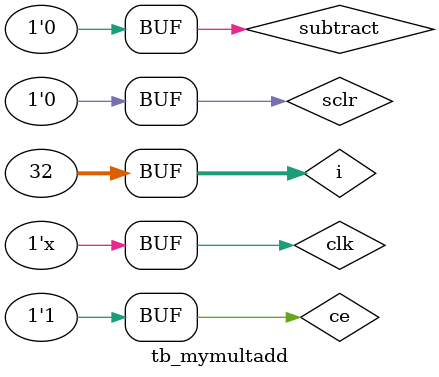
<source format=v>
`timescale 1ns / 1ps

module tb_mymultadd();

    reg [32-1:0] ain;
    reg [32-1:0] bin;
    reg [64-1:0] cin;
    reg sclr;
    reg clk;
    reg ce;
    reg subtract;
    wire [64-1:0] res;
    
    integer i;
    
    initial begin
        clk<=0;
        sclr<=0;
        ce<=0;
        subtract<=0;
        #30;
        cin <= 0;
        ce<=1;
      for (i=0; i<32; i=i+1) begin
        ain = $urandom%(2**4);
        bin = $urandom%(2**4);
        #60;
        cin = $urandom%(2**4);
      end
    end
    
    always #5 clk = ~clk;
    
    xbip_multadd_mymultadd XMM (
        .clk(clk),
        .ce(ce),
        .sclr(sclr),
        .subtract(subtract),
        .a(ain),
        .b(bin),
        .c(cin),
        .p(res)
        );
    
endmodule

</source>
